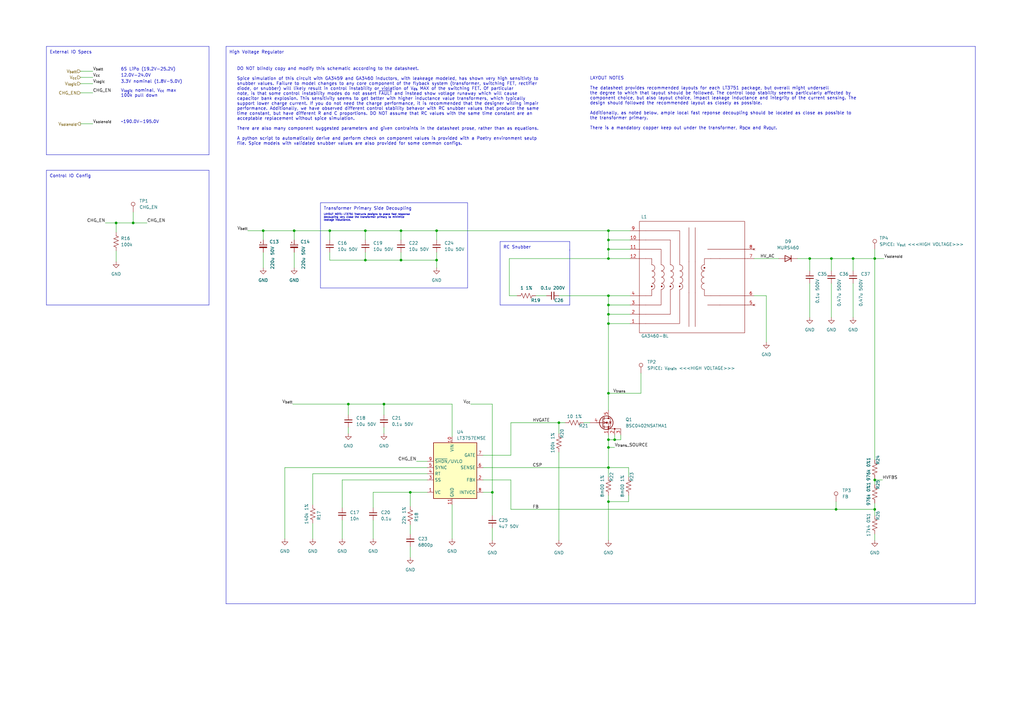
<source format=kicad_sch>
(kicad_sch (version 20230121) (generator eeschema)
  (paper "A3")
  (title_block (title "Kicker Board") (date "2023-02-03") (rev "v1.0.0") (company "A-Team") (comment 1 "Author: W. Stuckey"))
  (lib_symbols
    (symbol "AT-Inductors:GA3460-BL"
      (property "Reference" "L" (at 0 -25.4 0))
      (property "Value" "GA3460-BL" (at 0 25.4 0))
      (symbol "GA3460-BL_0_1"
        (rectangle (start -21.59 22.86) (end 21.59 -22.86) (stroke (width 0.1524)))
        (arc (start -16.51 -5.08) (mid -15.2558 -3.81) (end -16.51 -2.54) (stroke (width 0.1524)))
        (circle (center -16.51 3.81) (radius 0.254) (stroke (width 0.1524)) (fill (type outline)))
        (arc (start -16.4198 -2.54) (mid -15.2368 -1.27) (end -16.4198 0) (stroke (width 0.1524)))
        (arc (start -16.3296 2.54) (mid -15.2979 3.8897) (end -16.51 5.08) (stroke (width 0.1524)))
        (arc (start -16.2619 0.0112) (mid -15.2302 1.3609) (end -16.4423 2.5512) (stroke (width 0.1524)))
        (arc (start -12.6841 -5.08) (mid -11.4299 -3.81) (end -12.6841 -2.54) (stroke (width 0.1524)))
        (arc (start -12.5939 -2.54) (mid -11.4109 -1.27) (end -12.5939 0) (stroke (width 0.1524)))
        (arc (start -12.5196 2.54) (mid -11.4184 3.8946) (end -12.7 5.08) (stroke (width 0.1524)))
        (arc (start -12.4519 0.0112) (mid -11.4202 1.3609) (end -12.6323 2.5512) (stroke (width 0.1524)))
        (circle (center -12.446 3.81) (radius 0.254) (stroke (width 0.1524)) (fill (type outline)))
        (circle (center -8.89 3.81) (radius 0.254) (stroke (width 0.1524)) (fill (type outline)))
        (arc (start -8.8741 -5.08) (mid -7.6199 -3.81) (end -8.8741 -2.54) (stroke (width 0.1524)))
        (arc (start -8.7839 -2.54) (mid -7.6009 -1.27) (end -8.7839 0) (stroke (width 0.1524)))
        (arc (start -8.7096 2.54) (mid -7.6743 3.89) (end -8.89 5.08) (stroke (width 0.1524)))
        (arc (start -8.6419 0.0112) (mid -7.6102 1.3609) (end -8.8223 2.5512) (stroke (width 0.1524)))
        (circle (center -5.08 3.81) (radius 0.254) (stroke (width 0.1524)) (fill (type outline)))
        (arc (start -5.0641 -5.08) (mid -3.8099 -3.81) (end -5.0641 -2.54) (stroke (width 0.1524)))
        (arc (start -4.9898 2.54) (mid -3.8068 3.81) (end -4.9898 5.08) (stroke (width 0.1524)))
        (arc (start -4.9739 -2.54) (mid -3.7909 -1.27) (end -4.9739 0) (stroke (width 0.1524)))
        (arc (start -4.8319 0.0112) (mid -3.8002 1.3609) (end -5.0123 2.5512) (stroke (width 0.1524)))
        (polyline (pts (xy -19.05 -19.05) (xy -22.86 -19.05)) (stroke (width 0.1524)))
        (polyline (pts (xy -19.05 -11.43) (xy -22.86 -11.43)) (stroke (width 0.1524)))
        (polyline (pts (xy -19.05 -7.62) (xy -22.86 -7.62)) (stroke (width 0.1524)))
        (polyline (pts (xy -19.05 7.62) (xy -22.86 7.62)) (stroke (width 0.1524)))
        (polyline (pts (xy -19.05 15.24) (xy -22.86 15.24)) (stroke (width 0.1524)))
        (polyline (pts (xy -1.27 -6.35) (xy -1.27 -20.32)) (stroke (width 0.1524)))
        (polyline (pts (xy -1.27 6.35) (xy -1.27 -6.35)) (stroke (width 0.1524)))
        (polyline (pts (xy -1.27 6.35) (xy -1.27 20.32)) (stroke (width 0.1524)))
        (polyline (pts (xy 1.27 -6.35) (xy 1.27 -20.32)) (stroke (width 0.1524)))
        (polyline (pts (xy 1.27 6.35) (xy 1.27 -6.35)) (stroke (width 0.1524)))
        (polyline (pts (xy 1.27 6.35) (xy 1.27 20.32)) (stroke (width 0.1524)))
        (polyline (pts (xy 7.62 -7.62) (xy 11.43 -7.62)) (stroke (width 0.1524)))
        (polyline (pts (xy 7.62 7.62) (xy 11.43 7.62)) (stroke (width 0.1524)))
        (polyline (pts (xy 11.43 -11.43) (xy 6.35 -11.43)) (stroke (width 0.1524)))
        (polyline (pts (xy 11.43 -11.43) (xy 22.86 -11.43)) (stroke (width 0.1524)))
        (polyline (pts (xy 11.43 -7.62) (xy 22.86 -7.62)) (stroke (width 0.1524)))
        (polyline (pts (xy 11.43 7.62) (xy 22.86 7.62)) (stroke (width 0.1524)))
        (polyline (pts (xy 11.43 11.43) (xy 6.35 11.43)) (stroke (width 0.1524)))
        (polyline (pts (xy 11.43 11.43) (xy 22.86 11.43)) (stroke (width 0.1524)))
        (polyline (pts (xy -19.05 -15.24) (xy -22.86 -15.24) (xy -21.59 -15.24)) (stroke (width 0.1524)))
        (polyline (pts (xy -19.05 11.43) (xy -22.86 11.43) (xy -21.59 11.43)) (stroke (width 0.1524)))
        (polyline (pts (xy -19.05 19.05) (xy -22.86 19.05) (xy -21.59 19.05)) (stroke (width 0.1524)))
        (polyline (pts (xy -16.51 -5.08) (xy -16.51 -7.62) (xy -19.05 -7.62)) (stroke (width 0.1524)))
        (polyline (pts (xy -16.51 5.08) (xy -16.51 7.62) (xy -19.05 7.62)) (stroke (width 0.1524)))
        (polyline (pts (xy -12.7 -5.08) (xy -12.7 -11.43) (xy -19.05 -11.43)) (stroke (width 0.1524)))
        (polyline (pts (xy -12.7 5.08) (xy -12.7 11.43) (xy -19.05 11.43)) (stroke (width 0.1524)))
        (polyline (pts (xy -8.89 -5.08) (xy -8.89 -15.24) (xy -19.05 -15.24)) (stroke (width 0.1524)))
        (polyline (pts (xy -8.89 5.08) (xy -8.89 15.24) (xy -19.05 15.24)) (stroke (width 0.1524)))
        (polyline (pts (xy -5.08 -5.08) (xy -5.08 -19.05) (xy -19.05 -19.05)) (stroke (width 0.1524)))
        (polyline (pts (xy -5.08 5.08) (xy -5.08 19.05) (xy -19.05 19.05)) (stroke (width 0.1524)))
        (polyline (pts (xy 5.08 -5.08) (xy 5.08 -7.62) (xy 7.62 -7.62)) (stroke (width 0.1524)))
        (polyline (pts (xy 5.08 5.08) (xy 5.08 7.62) (xy 7.62 7.62)) (stroke (width 0.1524)))
        (arc (start 4.9739 0) (mid 3.7909 -1.27) (end 4.9739 -2.54) (stroke (width 0.1524)))
        (arc (start 4.9898 5.08) (mid 3.8068 3.81) (end 4.9898 2.54) (stroke (width 0.1524)))
        (arc (start 5.0123 2.5512) (mid 3.8002 1.3609) (end 4.8319 0.0112) (stroke (width 0.1524)))
        (arc (start 5.0641 -2.54) (mid 3.8099 -3.81) (end 5.0641 -5.08) (stroke (width 0.1524)))
        (circle (center 5.08 -3.81) (radius 0.254) (stroke (width 0.1524)) (fill (type outline)))
      )
      (symbol "GA3460-BL_1_1"
        (pin bidirectional line (at -25.4 19.05 0) (length 2.54) (name "") (number "1"))
        (pin bidirectional line (at -25.4 -15.24 0) (length 2.54) (name "") (number "10"))
        (pin bidirectional line (at -25.4 -11.43 0) (length 2.54) (name "") (number "11"))
        (pin bidirectional line (at -25.4 -7.62 0) (length 2.54) (name "") (number "12"))
        (pin bidirectional line (at -25.4 15.24 0) (length 2.54) (name "") (number "2"))
        (pin bidirectional line (at -25.4 11.43 0) (length 2.54) (name "") (number "3"))
        (pin bidirectional line (at -25.4 7.62 0) (length 2.54) (name "") (number "4"))
        (pin no_connect line (at 25.4 11.43 180) (length 2.54) (name "") (number "5"))
        (pin bidirectional line (at 25.4 7.62 180) (length 2.54) (name "") (number "6"))
        (pin bidirectional line (at 25.4 -7.62 180) (length 2.54) (name "") (number "7"))
        (pin no_connect line (at 25.4 -11.43 180) (length 2.54) (name "") (number "8"))
        (pin bidirectional line (at -25.4 -19.05 0) (length 2.54) (name "") (number "9"))
      )
    )
    (symbol "AT-Transistors:Q_NMOS_SGD_PowerPAK" (pin_names (offset 0) hide)
      (property "Reference" "Q" (at 5.08 1.27 0))
      (property "Value" "Q_NMOS_SGD_PowerPAK" (at 5.08 -1.27 0))
      (symbol "Q_NMOS_SGD_PowerPAK_0_1"
        (polyline (pts (xy 0.254 0) (xy -2.54 0)))
        (polyline (pts (xy 0.254 1.905) (xy 0.254 -1.905)) (stroke (width 0.254)))
        (polyline (pts (xy 0.762 -1.27) (xy 0.762 -2.286)) (stroke (width 0.254)))
        (polyline (pts (xy 0.762 0.508) (xy 0.762 -0.508)) (stroke (width 0.254)))
        (polyline (pts (xy 0.762 2.286) (xy 0.762 1.27)) (stroke (width 0.254)))
        (polyline (pts (xy 2.54 2.54) (xy 2.54 1.778)))
        (polyline (pts (xy 7.62 -2.54) (xy 5.08 -2.54)) (stroke (width 0.1524)))
        (polyline (pts (xy 2.54 -2.54) (xy 2.54 0) (xy 0.762 0)))
        (polyline (pts (xy 5.08 -2.54) (xy 2.54 -2.54) (xy 3.81 -2.54)) (stroke (width 0.1524)))
        (polyline (pts (xy 0.762 -1.778) (xy 3.302 -1.778) (xy 3.302 1.778) (xy 0.762 1.778)))
        (polyline (pts (xy 1.016 0) (xy 2.032 0.381) (xy 2.032 -0.381) (xy 1.016 0)) (fill (type outline)))
        (polyline (pts (xy 2.794 0.508) (xy 2.921 0.381) (xy 3.683 0.381) (xy 3.81 0.254)))
        (polyline (pts (xy 3.302 0.381) (xy 2.921 -0.254) (xy 3.683 -0.254) (xy 3.302 0.381)))
        (circle (center 1.651 0) (radius 2.794) (stroke (width 0.254)))
        (circle (center 2.54 -2.54) (radius 0.254) (fill (type outline)))
        (circle (center 2.54 -1.778) (radius 0.254) (fill (type outline)))
        (circle (center 2.54 1.778) (radius 0.254) (fill (type outline)))
        (circle (center 5.08 -2.54) (radius 0.254) (fill (type outline)))
      )
      (symbol "Q_NMOS_SGD_PowerPAK_1_1"
        (pin passive line (at 2.54 -5.08 90) (length 2.54) (name "S") (number "1"))
        (pin passive line (at 5.08 -5.08 90) (length 2.54) (name "S") (number "2"))
        (pin passive line (at 7.62 -5.08 90) (length 2.54) (name "S") (number "3"))
        (pin input line (at -5.08 0 0) (length 5.08) (name "G") (number "4"))
        (pin passive line (at 2.54 5.08 270) (length 2.54) (name "D") (number "5"))
      )
    )
    (symbol "Connector:TestPoint" (pin_numbers hide) (pin_names (offset 0.762) hide)
      (property "Reference" "TP" (at 0 6.858 0))
      (property "Value" "TestPoint" (at 0 5.08 0))
      (symbol "TestPoint_0_1"
        (circle (center 0 3.302) (radius 0.762))
      )
      (symbol "TestPoint_1_1"
        (pin passive line (at 0 0 90) (length 2.54) (name "1") (number "1"))
      )
    )
    (symbol "Device:C_Polarized_Small" (pin_numbers hide) (pin_names (offset 0.254) hide)
      (property "Reference" "C" (at 0.254 1.778 0))
      (property "Value" "C_Polarized_Small" (at 0.254 -2.032 0))
      (symbol "C_Polarized_Small_0_1"
        (rectangle (start -1.524 -0.3048) (end 1.524 -0.6858) (fill (type outline)))
        (rectangle (start -1.524 0.6858) (end 1.524 0.3048))
        (polyline (pts (xy -1.27 1.524) (xy -0.762 1.524)))
        (polyline (pts (xy -1.016 1.27) (xy -1.016 1.778)))
      )
      (symbol "C_Polarized_Small_1_1"
        (pin passive line (at 0 2.54 270) (length 1.8542) (name "~") (number "1"))
        (pin passive line (at 0 -2.54 90) (length 1.8542) (name "~") (number "2"))
      )
    )
    (symbol "Device:C_Small" (pin_numbers hide) (pin_names (offset 0.254) hide)
      (property "Reference" "C" (at 0.254 1.778 0))
      (property "Value" "C_Small" (at 0.254 -2.032 0))
      (symbol "C_Small_0_1"
        (polyline (pts (xy -1.524 -0.508) (xy 1.524 -0.508)) (stroke (width 0.3302)))
        (polyline (pts (xy -1.524 0.508) (xy 1.524 0.508)) (stroke (width 0.3048)))
      )
      (symbol "C_Small_1_1"
        (pin passive line (at 0 2.54 270) (length 2.032) (name "~") (number "1"))
        (pin passive line (at 0 -2.54 90) (length 2.032) (name "~") (number "2"))
      )
    )
    (symbol "Device:D" (pin_numbers hide) (pin_names (offset 1.016) hide)
      (property "Reference" "D" (at 0 2.54 0))
      (property "Value" "D" (at 0 -2.54 0))
      (symbol "D_0_1"
        (polyline (pts (xy -1.27 1.27) (xy -1.27 -1.27)) (stroke (width 0.254)))
        (polyline (pts (xy 1.27 0) (xy -1.27 0)))
        (polyline (pts (xy 1.27 1.27) (xy 1.27 -1.27) (xy -1.27 0) (xy 1.27 1.27)) (stroke (width 0.254)))
      )
      (symbol "D_1_1"
        (pin passive line (at -3.81 0 0) (length 2.54) (name "K") (number "1"))
        (pin passive line (at 3.81 0 180) (length 2.54) (name "A") (number "2"))
      )
    )
    (symbol "Device:R_US" (pin_numbers hide) (pin_names (offset 0))
      (property "Reference" "R" (at 2.54 0 90))
      (property "Value" "R_US" (at -2.54 0 90))
      (symbol "R_US_0_1"
        (polyline (pts (xy 0 -2.286) (xy 0 -2.54)))
        (polyline (pts (xy 0 2.286) (xy 0 2.54)))
        (polyline (pts (xy 0 -0.762) (xy 1.016 -1.143) (xy 0 -1.524) (xy -1.016 -1.905) (xy 0 -2.286)))
        (polyline (pts (xy 0 0.762) (xy 1.016 0.381) (xy 0 0) (xy -1.016 -0.381) (xy 0 -0.762)))
        (polyline (pts (xy 0 2.286) (xy 1.016 1.905) (xy 0 1.524) (xy -1.016 1.143) (xy 0 0.762)))
      )
      (symbol "R_US_1_1"
        (pin passive line (at 0 3.81 270) (length 1.27) (name "~") (number "1"))
        (pin passive line (at 0 -3.81 90) (length 1.27) (name "~") (number "2"))
      )
    )
    (symbol "Regulator_Switching:LT3757EMSE"
      (property "Reference" "U" (at -6.35 11.43 0))
      (property "Value" "LT3757EMSE" (at 1.27 11.43 0))
      (symbol "LT3757EMSE_0_1"
        (rectangle (start -7.62 10.16) (end 10.16 -12.7) (stroke (width 0.254)) (fill (type background)))
      )
      (symbol "LT3757EMSE_1_1"
        (pin input line (at -10.16 -10.16 0) (length 2.54) (name "VC") (number "1"))
        (pin power_in line (at 0 12.7 270) (length 2.54) (name "VIN") (number "10"))
        (pin power_in line (at 0 -15.24 90) (length 2.54) (name "GND") (number "11"))
        (pin input line (at 12.7 -5.08 180) (length 2.54) (name "FBX") (number "2"))
        (pin input line (at -10.16 -5.08 0) (length 2.54) (name "SS") (number "3"))
        (pin input line (at -10.16 -2.54 0) (length 2.54) (name "RT") (number "4"))
        (pin input line (at -10.16 0 0) (length 2.54) (name "SYNC") (number "5"))
        (pin input line (at 12.7 0 180) (length 2.54) (name "SENSE") (number "6"))
        (pin output line (at 12.7 5.08 180) (length 2.54) (name "GATE") (number "7"))
        (pin output line (at 12.7 -10.16 180) (length 2.54) (name "INTVCC") (number "8"))
        (pin input line (at -10.16 2.54 0) (length 2.54) (name "~{SHDN}/UVLO") (number "9"))
      )
    )
    (symbol "power:GND" (power) (pin_names (offset 0))
      (property "Value" "GND" (at 0 -3.81 0))
      (symbol "GND_0_1"
        (polyline (pts (xy 0 0) (xy 0 -1.27) (xy 1.27 -1.27) (xy 0 -2.54) (xy -1.27 -1.27) (xy 0 -1.27)))
      )
      (symbol "GND_1_1"
        (pin power_in line (at 0 0 270) (length 0) hide (name "GND") (number "1"))
      )
    )
  )
  (junction (at 54.61 91.44))
  (junction (at 142.875 165.735))
  (junction (at 249.555 191.77))
  (junction (at 342.9 208.915))
  (junction (at 252.095 180.34))
  (junction (at 340.995 106.045))
  (junction (at 135.255 94.615))
  (junction (at 249.555 125.095))
  (junction (at 249.555 161.29))
  (junction (at 358.775 208.915))
  (junction (at 179.07 94.615))
  (junction (at 249.555 183.515))
  (junction (at 164.465 106.68))
  (junction (at 249.555 205.74))
  (junction (at 249.555 121.285))
  (junction (at 107.95 94.615))
  (junction (at 249.555 180.34))
  (junction (at 249.555 98.425))
  (junction (at 249.555 106.045))
  (junction (at 249.555 102.235))
  (junction (at 349.885 106.045))
  (junction (at 179.07 106.68))
  (junction (at 229.235 173.355))
  (junction (at 358.775 106.045))
  (junction (at 120.65 94.615))
  (junction (at 332.105 106.045))
  (junction (at 358.775 196.85))
  (junction (at 201.93 201.93))
  (junction (at 47.625 91.44))
  (junction (at 249.555 128.905))
  (junction (at 249.555 94.615))
  (junction (at 149.86 106.68))
  (junction (at 157.48 165.735))
  (junction (at 168.275 201.93))
  (junction (at 249.555 132.715))
  (junction (at 164.465 94.615))
  (junction (at 149.86 94.615))
  (wire (pts (xy 135.255 94.615) (xy 149.86 94.615)))
  (wire (pts (xy 142.875 165.735) (xy 157.48 165.735)))
  (wire (pts (xy 229.235 173.355) (xy 231.775 173.355)))
  (wire (pts (xy 249.555 121.285) (xy 249.555 125.095)))
  (polyline (pts (xy 233.68 125.095) (xy 205.105 125.095)))
  (wire (pts (xy 358.775 196.215) (xy 358.775 196.85)))
  (wire (pts (xy 33.02 34.29) (xy 38.1 34.29)))
  (wire (pts (xy 249.555 106.045) (xy 249.555 102.235)))
  (wire (pts (xy 140.335 196.85) (xy 140.335 208.28)))
  (wire (pts (xy 175.26 201.93) (xy 168.275 201.93)))
  (wire (pts (xy 252.095 180.34) (xy 249.555 180.34)))
  (wire (pts (xy 249.555 132.715) (xy 258.445 132.715)))
  (wire (pts (xy 249.555 98.425) (xy 258.445 98.425)))
  (polyline (pts (xy 131.445 118.11) (xy 131.445 83.185)))
  (wire (pts (xy 254.635 180.34) (xy 252.095 180.34)))
  (wire (pts (xy 149.86 94.615) (xy 164.465 94.615)))
  (wire (pts (xy 208.915 121.285) (xy 208.915 106.045)))
  (wire (pts (xy 262.89 153.035) (xy 262.89 161.29)))
  (wire (pts (xy 249.555 183.515) (xy 249.555 191.77)))
  (wire (pts (xy 175.26 196.85) (xy 140.335 196.85)))
  (wire (pts (xy 358.775 208.915) (xy 358.775 211.455)))
  (wire (pts (xy 168.275 215.265) (xy 168.275 219.075)))
  (wire (pts (xy 153.035 201.93) (xy 168.275 201.93)))
  (wire (pts (xy 164.465 103.505) (xy 164.465 106.68)))
  (wire (pts (xy 332.105 116.205) (xy 332.105 130.175)))
  (polyline (pts (xy 205.105 99.06) (xy 233.68 99.06)))
  (wire (pts (xy 332.105 106.045) (xy 340.995 106.045)))
  (wire (pts (xy 249.555 161.29) (xy 249.555 168.275)))
  (wire (pts (xy 164.465 94.615) (xy 179.07 94.615)))
  (polyline (pts (xy 191.77 83.185) (xy 191.77 118.11)))
  (wire (pts (xy 107.95 94.615) (xy 120.65 94.615)))
  (wire (pts (xy 249.555 102.235) (xy 249.555 98.425)))
  (wire (pts (xy 179.07 94.615) (xy 249.555 94.615)))
  (wire (pts (xy 340.995 106.045) (xy 340.995 111.125)))
  (wire (pts (xy 157.48 170.18) (xy 157.48 165.735)))
  (wire (pts (xy 164.465 106.68) (xy 179.07 106.68)))
  (wire (pts (xy 249.555 191.77) (xy 257.81 191.77)))
  (wire (pts (xy 33.02 29.21) (xy 38.1 29.21)))
  (wire (pts (xy 47.625 91.44) (xy 47.625 95.25)))
  (wire (pts (xy 229.235 185.42) (xy 229.235 221.615)))
  (wire (pts (xy 229.235 173.355) (xy 229.235 177.8)))
  (wire (pts (xy 258.445 106.045) (xy 249.555 106.045)))
  (polyline (pts (xy 92.71 19.05) (xy 400.05 19.05)))
  (wire (pts (xy 358.775 106.045) (xy 358.775 188.595)))
  (wire (pts (xy 164.465 94.615) (xy 164.465 98.425)))
  (wire (pts (xy 249.555 128.905) (xy 258.445 128.905)))
  (wire (pts (xy 249.555 203.2) (xy 249.555 205.74)))
  (wire (pts (xy 101.6 94.615) (xy 107.95 94.615)))
  (wire (pts (xy 239.395 173.355) (xy 241.935 173.355)))
  (wire (pts (xy 47.625 102.87) (xy 47.625 107.315)))
  (wire (pts (xy 342.9 208.915) (xy 358.775 208.915)))
  (wire (pts (xy 209.55 186.69) (xy 209.55 173.355)))
  (wire (pts (xy 257.81 205.74) (xy 249.555 205.74)))
  (wire (pts (xy 140.335 213.36) (xy 140.335 220.98)))
  (polyline (pts (xy 19.05 19.05) (xy 85.725 19.05)))
  (wire (pts (xy 309.245 106.045) (xy 319.405 106.045)))
  (wire (pts (xy 249.555 98.425) (xy 249.555 94.615)))
  (polyline (pts (xy 205.105 125.095) (xy 205.105 99.06)))
  (wire (pts (xy 349.885 106.045) (xy 349.885 111.125)))
  (wire (pts (xy 47.625 91.44) (xy 54.61 91.44)))
  (wire (pts (xy 179.07 94.615) (xy 179.07 98.425)))
  (polyline (pts (xy 400.05 247.65) (xy 92.71 247.65)))
  (wire (pts (xy 327.025 106.045) (xy 332.105 106.045)))
  (wire (pts (xy 342.9 205.74) (xy 342.9 208.915)))
  (polyline (pts (xy 233.68 102.235) (xy 233.68 125.095)))
  (wire (pts (xy 185.42 207.01) (xy 185.42 220.98)))
  (wire (pts (xy 358.775 219.075) (xy 358.775 221.615)))
  (wire (pts (xy 33.02 50.8) (xy 38.1 50.8)))
  (wire (pts (xy 358.775 196.85) (xy 358.775 198.755)))
  (wire (pts (xy 54.61 86.995) (xy 54.61 91.44)))
  (wire (pts (xy 209.55 173.355) (xy 229.235 173.355)))
  (wire (pts (xy 179.07 106.68) (xy 179.07 109.855)))
  (wire (pts (xy 209.55 208.915) (xy 342.9 208.915)))
  (polyline (pts (xy 19.05 19.05) (xy 19.05 63.5)))
  (wire (pts (xy 107.95 103.505) (xy 107.95 109.855)))
  (wire (pts (xy 175.26 194.31) (xy 128.27 194.31)))
  (wire (pts (xy 252.095 178.435) (xy 252.095 180.34)))
  (wire (pts (xy 153.035 213.36) (xy 153.035 220.98)))
  (wire (pts (xy 249.555 191.77) (xy 249.555 195.58)))
  (wire (pts (xy 249.555 125.095) (xy 258.445 125.095)))
  (wire (pts (xy 249.555 180.34) (xy 249.555 183.515)))
  (polyline (pts (xy 233.68 99.06) (xy 233.68 102.87)))
  (wire (pts (xy 208.915 106.045) (xy 249.555 106.045)))
  (wire (pts (xy 249.555 178.435) (xy 249.555 180.34)))
  (wire (pts (xy 201.93 165.735) (xy 201.93 201.93)))
  (wire (pts (xy 249.555 132.715) (xy 249.555 161.29)))
  (wire (pts (xy 33.02 38.1) (xy 38.1 38.1)))
  (wire (pts (xy 128.27 194.31) (xy 128.27 207.01)))
  (wire (pts (xy 149.86 103.505) (xy 149.86 106.68)))
  (wire (pts (xy 120.65 103.505) (xy 120.65 109.855)))
  (wire (pts (xy 249.555 128.905) (xy 249.555 132.715)))
  (wire (pts (xy 135.255 106.68) (xy 149.86 106.68)))
  (wire (pts (xy 198.12 191.77) (xy 249.555 191.77)))
  (wire (pts (xy 358.775 106.045) (xy 362.585 106.045)))
  (polyline (pts (xy 85.725 69.85) (xy 85.725 125.095)))
  (wire (pts (xy 209.55 196.85) (xy 198.12 196.85)))
  (wire (pts (xy 349.885 106.045) (xy 358.775 106.045)))
  (wire (pts (xy 314.325 121.285) (xy 314.325 140.335)))
  (wire (pts (xy 175.26 191.77) (xy 116.84 191.77)))
  (wire (pts (xy 254.635 178.435) (xy 254.635 180.34)))
  (wire (pts (xy 201.93 201.93) (xy 201.93 211.455)))
  (wire (pts (xy 257.81 195.58) (xy 257.81 191.77)))
  (wire (pts (xy 135.255 94.615) (xy 135.255 98.425)))
  (polyline (pts (xy 400.05 19.05) (xy 400.05 247.65)))
  (wire (pts (xy 340.995 116.205) (xy 340.995 130.175)))
  (wire (pts (xy 209.55 208.915) (xy 209.55 196.85)))
  (polyline (pts (xy 85.725 69.85) (xy 19.05 69.85)))
  (wire (pts (xy 142.875 175.26) (xy 142.875 177.8)))
  (wire (pts (xy 179.07 103.505) (xy 179.07 106.68)))
  (polyline (pts (xy 19.05 125.095) (xy 85.725 125.095)))
  (wire (pts (xy 249.555 183.515) (xy 252.095 183.515)))
  (wire (pts (xy 249.555 205.74) (xy 249.555 221.615)))
  (wire (pts (xy 168.275 201.93) (xy 168.275 207.645)))
  (wire (pts (xy 185.42 165.735) (xy 185.42 179.07)))
  (wire (pts (xy 193.04 165.735) (xy 201.93 165.735)))
  (wire (pts (xy 358.775 102.235) (xy 358.775 106.045)))
  (wire (pts (xy 340.995 106.045) (xy 349.885 106.045)))
  (wire (pts (xy 142.875 165.735) (xy 142.875 170.18)))
  (wire (pts (xy 168.275 224.155) (xy 168.275 228.6)))
  (wire (pts (xy 157.48 165.735) (xy 185.42 165.735)))
  (wire (pts (xy 170.815 189.23) (xy 175.26 189.23)))
  (polyline (pts (xy 85.725 63.5) (xy 19.05 63.5)))
  (wire (pts (xy 198.12 201.93) (xy 201.93 201.93)))
  (wire (pts (xy 212.09 121.285) (xy 208.915 121.285)))
  (wire (pts (xy 201.93 216.535) (xy 201.93 221.615)))
  (polyline (pts (xy 131.445 83.185) (xy 191.77 83.185)))
  (wire (pts (xy 43.18 91.44) (xy 47.625 91.44)))
  (wire (pts (xy 262.89 161.29) (xy 249.555 161.29)))
  (wire (pts (xy 120.65 98.425) (xy 120.65 94.615)))
  (wire (pts (xy 120.65 94.615) (xy 135.255 94.615)))
  (polyline (pts (xy 85.725 19.05) (xy 85.725 63.5)))
  (wire (pts (xy 149.86 106.68) (xy 164.465 106.68)))
  (wire (pts (xy 116.84 191.77) (xy 116.84 220.98)))
  (wire (pts (xy 219.71 121.285) (xy 224.155 121.285)))
  (wire (pts (xy 358.775 206.375) (xy 358.775 208.915)))
  (wire (pts (xy 107.95 98.425) (xy 107.95 94.615)))
  (wire (pts (xy 157.48 175.26) (xy 157.48 177.8)))
  (wire (pts (xy 249.555 94.615) (xy 258.445 94.615)))
  (polyline (pts (xy 19.05 69.85) (xy 19.05 125.095)))
  (wire (pts (xy 257.81 203.2) (xy 257.81 205.74)))
  (wire (pts (xy 229.235 121.285) (xy 249.555 121.285)))
  (wire (pts (xy 153.035 208.28) (xy 153.035 201.93)))
  (wire (pts (xy 33.02 31.75) (xy 38.1 31.75)))
  (wire (pts (xy 128.27 214.63) (xy 128.27 220.98)))
  (wire (pts (xy 135.255 103.505) (xy 135.255 106.68)))
  (wire (pts (xy 349.885 116.205) (xy 349.885 130.175)))
  (wire (pts (xy 54.61 91.44) (xy 60.325 91.44)))
  (wire (pts (xy 249.555 102.235) (xy 258.445 102.235)))
  (wire (pts (xy 149.86 94.615) (xy 149.86 98.425)))
  (wire (pts (xy 120.015 165.735) (xy 142.875 165.735)))
  (wire (pts (xy 198.12 186.69) (xy 209.55 186.69)))
  (wire (pts (xy 249.555 121.285) (xy 258.445 121.285)))
  (wire (pts (xy 249.555 125.095) (xy 249.555 128.905)))
  (wire (pts (xy 358.775 196.85) (xy 361.95 196.85)))
  (wire (pts (xy 309.245 121.285) (xy 314.325 121.285)))
  (wire (pts (xy 332.105 106.045) (xy 332.105 111.125)))
  (polyline (pts (xy 191.77 118.11) (xy 131.445 118.11)))
  (polyline (pts (xy 92.71 19.05) (xy 92.71 247.65)))
  (text "DO NOT blindly copy and modify this schematic according to the datasheet.\n\nSpice simulation of this circuit with GA3459 and GA3460 inductors, with leakeage modeled, has shown very high sensitivty to\nsnubber values. Failure to model changes to any core component of the flyback system (transformer, switching FET, rectifier\ndiode, or snubber) will likely result in control instability or violation of V_{ds} MAX of the switching FET. Of particular\nnote, is that some control instability modes do not assert ~{FAULT} and instead show votlage runaway which will cause\ncapacitor bank explosion. This sensitivity seems to get better with higher inductance value transformers, which typically\nsupport lower charge current. If you do not need the charge performance, it is recommended that the designer willing impair\nperformance. Additionally, we have observed different control stability behavor with RC snubber values that produce the same\ntime constant, but have different R and C proportions. DO NOT assume that RC values with the same time constant are an \nacceptable replacement without spice simulation.\n\nThere are also many component suggested parameters and given contraints in the datasheet prose, rather than as equations.\n\nA python script to automatically derive and perform check on component values is provided with a Poetry environment seutp\nfile. Spice models with validated snubber values are also provided for some common configs." (at 97.155 59.69 0) (effects (font (size 1.27 1.27)) (justify left bottom)))
  (text "High Voltage Regulator" (at 93.98 22.225 0) (effects (font (size 1.27 1.27)) (justify left bottom)))
  (text "LAYOUT NOTE: LT3751 instructs designs to place fast response \ndecoupling very close the transformer primary to minimize \nleakage inductance." (at 132.715 90.805 0) (effects (font (size 0.73 0.73)) (justify left bottom)))
  (text "Control IO Config" (at 20.32 73.025 0) (effects (font (size 1.27 1.27)) (justify left bottom)))
  (text "6S LiPo (19.2V-25.2V)" (at 49.53 29.21 0) (effects (font (size 1.27 1.27)) (justify left bottom)))
  (text "~190.0V-195.0V" (at 49.53 50.8 0) (effects (font (size 1.27 1.27)) (justify left bottom)))
  (text "12.0V-24.0V" (at 49.53 31.75 0) (effects (font (size 1.27 1.27)) (justify left bottom)))
  (text "External IO Specs" (at 20.32 22.225 0) (effects (font (size 1.27 1.27)) (justify left bottom)))
  (text "LAYOUT NOTES\n\nThe datasheet provides recommended layouts for each LT3751 package, but overall might undersell\nthe degree to which that layout should be followed. The control loop stability seems particularly affected by\ncomponent choice, but also layout choice, impact leakage inductance and integrity of the current sensing. The\ndesign should followed the recommended layout as closely as possible.\n\nAdditionally, as noted below, ample local fast reponse decoupling should be located as close as possible to\nthe transformer primary. \n\nThere is a mandatory copper keep out under the transformer, R_{DCM} and R_{VOUT}." (at 241.935 53.34 0) (effects (font (size 1.27 1.27)) (justify left bottom)))
  (text "V_{logic} nominal, V_{cc} max\n100k pull down" (at 49.53 40.005 0) (effects (font (size 1.27 1.27)) (justify left bottom)))
  (text "Transformer Primary Side Decoupling" (at 132.715 86.36 0) (effects (font (size 1.27 1.27)) (justify left bottom)))
  (text "3.3V nominal (1.8V-5.0V)" (at 49.53 34.29 0) (effects (font (size 1.27 1.27)) (justify left bottom)))
  (text "RC Snubber" (at 206.375 102.235 0) (effects (font (size 1.27 1.27)) (justify left bottom)))
  (label "V_{logic}" (at 38.1 34.29 0))
  (label "V_{batt}" (at 38.1 29.21 0))
  (label "V_{cc}" (at 38.1 31.75 0))
  (label "V_{trans}" (at 251.46 161.29 0))
  (label "V_{solenoid}" (at 38.1 50.8 0))
  (label "CHG_EN" (at 43.18 91.44 180))
  (label "V_{cc}" (at 193.04 165.735 180))
  (label "V_{trans}_SOURCE" (at 252.095 183.515 0))
  (label "V_{solenoid}" (at 362.585 106.045 0))
  (label "CHG_EN" (at 60.325 91.44 0))
  (label "CSP" (at 218.44 191.77 0))
  (label "HVFBS" (at 361.95 196.85 0))
  (label "HV_AC" (at 311.785 106.045 0))
  (label "FB" (at 218.44 208.915 0))
  (label "V_{batt}" (at 120.015 165.735 180))
  (label "HVGATE" (at 218.44 173.355 0))
  (label "CHG_EN" (at 170.815 189.23 180))
  (label "V_{batt}" (at 101.6 94.615 180))
  (label "CHG_EN" (at 38.1 38.1 0))
  (hierarchical_label "CHG_EN" (shape input) (at 33.02 38.1 180))
  (hierarchical_label "V_{solenoid}" (shape output) (at 33.02 50.8 180))
  (hierarchical_label "V_{logic}" (shape input) (at 33.02 34.29 180))
  (hierarchical_label "V_{batt}" (shape input) (at 33.02 29.21 180))
  (hierarchical_label "V_{cc}" (shape input) (at 33.02 31.75 180))
  (symbol (lib_id "power:GND") (at 47.625 107.315 0) (unit 1)
    (property "Reference" "#PWR043" (effects hide))
    (property "Value" "GND" (at 47.625 112.395 0))
  )
  (symbol (lib_id "Device:C_Small") (at 349.885 113.665 0) (unit 1)
    (property "Reference" "C37" (at 353.06 112.4012 0) (effects (justify left)))
    (property "Value" "0.47u 500V" (at 353.06 125.73 90) (effects (justify left)))
    (property "Footprint" "Capacitor_SMD:C_2225_5664Metric" (effects hide))
    (property "LCSC" "C146186" (effects hide))
  )
  (symbol (lib_id "Connector:TestPoint") (at 54.61 86.995 0) (unit 1)
    (property "Reference" "TP1" (at 57.15 82.4229 0) (effects (justify left)))
    (property "Value" "CHG_EN" (at 57.15 84.9629 0) (effects (justify left)))
    (property "Footprint" "TestPoint:TestPoint_Pad_D1.5mm" (effects hide))
  )
  (symbol (lib_id "power:GND") (at 349.885 130.175 0) (unit 1)
    (property "Reference" "#PWR095" (effects hide))
    (property "Value" "GND" (at 349.885 135.255 0))
  )
  (symbol (lib_id "Device:C_Small") (at 164.465 100.965 0) (unit 1)
    (property "Reference" "C22" (at 167.64 99.7012 0) (effects (justify left)))
    (property "Value" "10u 50V" (at 167.64 102.2412 0) (effects (justify left)))
    (property "Footprint" "Capacitor_SMD:C_1210_3225Metric" (effects hide))
    (property "LCSC" "C77102" (effects hide))
  )
  (symbol (lib_id "Device:C_Small") (at 332.105 113.665 0) (unit 1)
    (property "Reference" "C35" (at 335.28 112.4012 0) (effects (justify left)))
    (property "Value" "0.1u 500V" (at 335.28 124.46 90) (effects (justify left)))
    (property "Footprint" "Capacitor_SMD:C_1210_3225Metric" (effects hide))
    (property "LCSC" "C106104" (effects hide))
  )
  (symbol (lib_id "power:GND") (at 314.325 140.335 0) (unit 1)
    (property "Reference" "#PWR059" (effects hide))
    (property "Value" "GND" (at 314.325 145.415 0))
  )
  (symbol (lib_id "Device:R_US") (at 215.9 121.285 90) (unit 1)
    (property "Reference" "R19" (at 219.71 123.19 90))
    (property "Value" "1 1%" (at 215.9 118.11 90))
    (property "Footprint" "Resistor_SMD:R_0805_2012Metric" (effects hide))
    (property "LCSC" "C144579" (effects hide))
  )
  (symbol (lib_id "AT-Transistors:Q_NMOS_SGD_PowerPAK") (at 247.015 173.355 0) (unit 1)
    (property "Reference" "Q1" (at 256.54 172.0849 0) (effects (justify left)))
    (property "Value" "BSC0402NSATMA1" (at 256.54 174.6249 0) (effects (justify left)))
    (property "Footprint" "Package_TO_SOT_SMD:TDSON-8-1" (effects hide))
  )
  (symbol (lib_id "power:GND") (at 153.035 220.98 0) (unit 1)
    (property "Reference" "#PWR051" (effects hide))
    (property "Value" "GND" (at 153.035 226.06 0))
  )
  (symbol (lib_id "Device:D") (at 323.215 106.045 180) (unit 1)
    (property "Reference" "D9" (at 323.215 99.06 0))
    (property "Value" "MURS460" (at 323.215 101.6 0))
    (property "Footprint" "Diode_SMD:D_SMC" (effects hide))
    (property "Sim.Device" "D" (effects hide))
    (property "Sim.Pins" "1=K 2=A" (effects hide))
    (property "LCSC" "C2903865" (effects hide))
  )
  (symbol (lib_id "power:GND") (at 157.48 177.8 0) (unit 1)
    (property "Reference" "#PWR052" (effects hide))
    (property "Value" "GND" (at 157.48 182.88 0))
  )
  (symbol (lib_id "Connector:TestPoint") (at 262.89 153.035 0) (unit 1)
    (property "Reference" "TP2" (at 265.43 148.4629 0) (effects (justify left)))
    (property "Value" "SPICE: V_{drain} <<<HIGH VOLTAGE>>>" (at 265.43 151.0029 0) (effects (justify left)))
    (property "Footprint" "TestPoint:TestPoint_Pad_D1.0mm" (effects hide))
  )
  (symbol (lib_id "Device:C_Small") (at 157.48 172.72 0) (unit 1)
    (property "Reference" "C21" (at 160.655 171.45 0) (effects (justify left)))
    (property "Value" "0.1u 50V" (at 160.655 173.99 0) (effects (justify left)))
    (property "Footprint" "Capacitor_SMD:C_0603_1608Metric" (effects hide))
    (property "LCSC" "C14663" (effects hide))
  )
  (symbol (lib_id "Device:R_US") (at 128.27 210.82 180) (unit 1)
    (property "Reference" "R17" (at 130.81 211.455 90))
    (property "Value" "140k 1%" (at 125.73 210.82 90))
    (property "Footprint" "Resistor_SMD:R_0603_1608Metric" (effects hide))
    (property "LCSC" "C203301" (effects hide))
  )
  (symbol (lib_id "Connector:TestPoint") (at 342.9 205.74 0) (unit 1)
    (property "Reference" "TP3" (at 345.44 201.1679 0) (effects (justify left)))
    (property "Value" "FB" (at 345.44 203.7079 0) (effects (justify left)))
    (property "Footprint" "TestPoint:TestPoint_Pad_D1.5mm" (effects hide))
  )
  (symbol (lib_id "AT-Inductors:GA3460-BL") (at 283.845 113.665 0) (mirror x) (unit 1)
    (property "Reference" "L1" (at 264.16 88.9 0))
    (property "Value" "GA3460-BL" (at 268.605 137.795 0))
    (property "Footprint" "AT-Inductors:GA34XX-BL" (effects hide))
    (property "Datasheet" "GA3460-BL" (effects hide))
  )
  (symbol (lib_id "power:GND") (at 340.995 130.175 0) (unit 1)
    (property "Reference" "#PWR094" (effects hide))
    (property "Value" "GND" (at 340.995 135.255 0))
  )
  (symbol (lib_id "power:GND") (at 229.235 221.615 0) (unit 1)
    (property "Reference" "#PWR057" (effects hide))
    (property "Value" "GND" (at 229.235 226.695 0))
  )
  (symbol (lib_id "Device:C_Small") (at 142.875 172.72 0) (unit 1)
    (property "Reference" "C18" (at 146.05 171.4562 0) (effects (justify left)))
    (property "Value" "10u 50V" (at 146.05 173.9962 0) (effects (justify left)))
    (property "Footprint" "Capacitor_SMD:C_1210_3225Metric" (effects hide))
    (property "LCSC" "C77102" (effects hide))
  )
  (symbol (lib_id "power:GND") (at 249.555 221.615 0) (unit 1)
    (property "Reference" "#PWR058" (effects hide))
    (property "Value" "GND" (at 249.555 226.695 0))
  )
  (symbol (lib_id "Device:C_Polarized_Small") (at 107.95 100.965 0) (unit 1)
    (property "Reference" "C13" (at 110.49 99.1488 0) (effects (justify left)))
    (property "Value" "220u 50V" (at 111.76 110.49 90) (effects (justify left)))
    (property "Footprint" "Capacitor_THT:CP_Radial_D10.0mm_P5.00mm" (effects hide))
  )
  (symbol (lib_id "Device:C_Small") (at 168.275 221.615 0) (unit 1)
    (property "Reference" "C23" (at 171.45 220.9863 0) (effects (justify left)))
    (property "Value" "6800p" (at 171.45 223.5263 0) (effects (justify left)))
    (property "Footprint" "Capacitor_SMD:C_0603_1608Metric" (effects hide))
    (property "LCSC" "C107097" (effects hide))
  )
  (symbol (lib_id "Device:R_US") (at 168.275 211.455 180) (unit 1)
    (property "Reference" "R18" (at 170.815 212.09 90))
    (property "Value" "22k 1%" (at 165.735 211.455 90))
    (property "Footprint" "Resistor_SMD:R_0603_1608Metric" (effects hide))
    (property "LCSC" "C31850" (effects hide))
  )
  (symbol (lib_id "power:GND") (at 201.93 221.615 0) (unit 1)
    (property "Reference" "#PWR056" (effects hide))
    (property "Value" "GND" (at 201.93 226.695 0))
  )
  (symbol (lib_id "Device:C_Small") (at 179.07 100.965 0) (unit 1)
    (property "Reference" "C24" (at 182.245 99.7012 0) (effects (justify left)))
    (property "Value" "10u 50V" (at 182.245 102.2412 0) (effects (justify left)))
    (property "Footprint" "Capacitor_SMD:C_1210_3225Metric" (effects hide))
    (property "LCSC" "C77102" (effects hide))
  )
  (symbol (lib_id "Device:R_US") (at 358.775 192.405 180) (unit 1)
    (property "Reference" "R24" (at 360.045 188.595 90))
    (property "Value" "976k 0%1" (at 356.235 192.405 90))
    (property "Footprint" "Resistor_SMD:R_0603_1608Metric" (effects hide))
    (property "LCSC" "C403409" (effects hide))
  )
  (symbol (lib_id "power:GND") (at 140.335 220.98 0) (unit 1)
    (property "Reference" "#PWR049" (effects hide))
    (property "Value" "GND" (at 140.335 226.06 0))
  )
  (symbol (lib_id "Device:C_Small") (at 226.695 121.285 90) (unit 1)
    (property "Reference" "C26" (at 229.235 123.19 90))
    (property "Value" "0.1u 200V" (at 226.695 118.11 90))
    (property "Footprint" "Capacitor_SMD:C_1206_3216Metric" (effects hide))
    (property "LCSC" "C2167701" (effects hide))
  )
  (symbol (lib_id "Device:C_Small") (at 149.86 100.965 0) (unit 1)
    (property "Reference" "C19" (at 153.035 99.7012 0) (effects (justify left)))
    (property "Value" "10u 50V" (at 153.035 102.2412 0) (effects (justify left)))
    (property "Footprint" "Capacitor_SMD:C_1210_3225Metric" (effects hide))
    (property "LCSC" "C77102" (effects hide))
  )
  (symbol (lib_id "power:GND") (at 142.875 177.8 0) (unit 1)
    (property "Reference" "#PWR050" (effects hide))
    (property "Value" "GND" (at 142.875 182.88 0))
  )
  (symbol (lib_id "power:GND") (at 358.775 221.615 0) (unit 1)
    (property "Reference" "#PWR096" (effects hide))
    (property "Value" "GND" (at 358.775 226.695 0))
  )
  (symbol (lib_id "Device:R_US") (at 358.775 215.265 180) (unit 1)
    (property "Reference" "R26" (at 360.045 211.455 90))
    (property "Value" "17k4 0%1" (at 356.235 215.265 90))
    (property "Footprint" "Resistor_SMD:R_0603_1608Metric" (effects hide))
    (property "LCSC" "C403027" (effects hide))
  )
  (symbol (lib_id "Device:R_US") (at 235.585 173.355 90) (unit 1)
    (property "Reference" "R21" (at 239.395 174.625 90))
    (property "Value" "10 1%" (at 235.585 170.815 90))
    (property "Footprint" "Resistor_SMD:R_0603_1608Metric" (effects hide))
    (property "LCSC" "C109318" (effects hide))
  )
  (symbol (lib_id "power:GND") (at 168.275 228.6 0) (unit 1)
    (property "Reference" "#PWR053" (effects hide))
    (property "Value" "GND" (at 168.275 233.68 0))
  )
  (symbol (lib_id "Device:R_US") (at 257.81 199.39 180) (unit 1)
    (property "Reference" "R23" (at 259.08 195.58 90))
    (property "Value" "8m00 1%" (at 255.27 199.39 90))
    (property "Footprint" "Resistor_SMD:R_1206_3216Metric" (effects hide))
    (property "LCSC" "C2937389" (effects hide))
  )
  (symbol (lib_id "Device:C_Polarized_Small") (at 120.65 100.965 0) (unit 1)
    (property "Reference" "C14" (at 123.19 99.1488 0) (effects (justify left)))
    (property "Value" "220u 50V" (at 124.46 110.49 90) (effects (justify left)))
    (property "Footprint" "Capacitor_THT:CP_Radial_D10.0mm_P5.00mm" (effects hide))
  )
  (symbol (lib_id "power:GND") (at 116.84 220.98 0) (unit 1)
    (property "Reference" "#PWR045" (effects hide))
    (property "Value" "GND" (at 116.84 226.06 0))
  )
  (symbol (lib_id "power:GND") (at 179.07 109.855 0) (unit 1)
    (property "Reference" "#PWR054" (effects hide))
    (property "Value" "GND" (at 179.07 114.935 0))
  )
  (symbol (lib_id "power:GND") (at 332.105 130.175 0) (unit 1)
    (property "Reference" "#PWR093" (effects hide))
    (property "Value" "GND" (at 332.105 135.255 0))
  )
  (symbol (lib_id "Regulator_Switching:LT3757EMSE") (at 185.42 191.77 0) (unit 1)
    (property "Reference" "U4" (at 187.3759 177.165 0) (effects (justify left)))
    (property "Value" "LT3757EMSE" (at 187.3759 179.705 0) (effects (justify left)))
    (property "Footprint" "Package_SO:MSOP-10-1EP_3x3mm_P0.5mm_EP1.68x1.88mm" (effects hide))
    (property "Datasheet" "https://www.analog.com/media/en/technical-documentation/data-sheets/3757Afe.pdf" (effects hide))
  )
  (symbol (lib_id "power:GND") (at 107.95 109.855 0) (unit 1)
    (property "Reference" "#PWR044" (effects hide))
    (property "Value" "GND" (at 107.95 114.935 0))
  )
  (symbol (lib_id "Device:R_US") (at 229.235 181.61 180) (unit 1)
    (property "Reference" "R20" (at 230.505 177.8 90))
    (property "Value" "100k 1%" (at 226.695 181.61 90))
    (property "Footprint" "Resistor_SMD:R_0603_1608Metric" (effects hide))
    (property "LCSC" "C25803" (effects hide))
  )
  (symbol (lib_id "power:GND") (at 185.42 220.98 0) (unit 1)
    (property "Reference" "#PWR055" (effects hide))
    (property "Value" "GND" (at 185.42 226.06 0))
  )
  (symbol (lib_id "Device:C_Small") (at 135.255 100.965 0) (unit 1)
    (property "Reference" "C16" (at 138.43 99.7012 0) (effects (justify left)))
    (property "Value" "10u 50V" (at 138.43 102.2412 0) (effects (justify left)))
    (property "Footprint" "Capacitor_SMD:C_1210_3225Metric" (effects hide))
    (property "LCSC" "C77102" (effects hide))
  )
  (symbol (lib_id "Device:C_Small") (at 140.335 210.82 0) (unit 1)
    (property "Reference" "C17" (at 143.51 210.1913 0) (effects (justify left)))
    (property "Value" "10n" (at 143.51 212.7313 0) (effects (justify left)))
    (property "Footprint" "Capacitor_SMD:C_0603_1608Metric" (effects hide))
    (property "LCSC" "C100042" (effects hide))
  )
  (symbol (lib_id "Device:C_Small") (at 340.995 113.665 0) (unit 1)
    (property "Reference" "C36" (at 344.17 112.4012 0) (effects (justify left)))
    (property "Value" "0.47u 500V" (at 344.17 125.73 90) (effects (justify left)))
    (property "Footprint" "Capacitor_SMD:C_2225_5664Metric" (effects hide))
    (property "LCSC" "C146186" (effects hide))
  )
  (symbol (lib_id "Device:C_Small") (at 201.93 213.995 0) (unit 1)
    (property "Reference" "C25" (at 204.47 213.3663 0) (effects (justify left)))
    (property "Value" "4u7 50V" (at 204.47 215.9063 0) (effects (justify left)))
    (property "Footprint" "Capacitor_SMD:C_0603_1608Metric" (effects hide))
    (property "LCSC" "C69335" (effects hide))
  )
  (symbol (lib_id "Device:R_US") (at 47.625 99.06 0) (unit 1)
    (property "Reference" "R16" (at 49.53 97.7899 0) (effects (justify left)))
    (property "Value" "100k" (at 49.53 100.3299 0) (effects (justify left)))
    (property "Footprint" "Resistor_SMD:R_0603_1608Metric" (effects hide))
    (property "LCSC" "C25803" (effects hide))
  )
  (symbol (lib_id "power:GND") (at 128.27 220.98 0) (unit 1)
    (property "Reference" "#PWR047" (effects hide))
    (property "Value" "GND" (at 128.27 226.06 0))
  )
  (symbol (lib_id "Device:C_Small") (at 153.035 210.82 0) (unit 1)
    (property "Reference" "C20" (at 156.21 210.1913 0) (effects (justify left)))
    (property "Value" "0.1u" (at 156.21 212.7313 0) (effects (justify left)))
    (property "Footprint" "Capacitor_SMD:C_0603_1608Metric" (effects hide))
    (property "LCSC" "C14663" (effects hide))
  )
  (symbol (lib_id "power:GND") (at 120.65 109.855 0) (unit 1)
    (property "Reference" "#PWR046" (effects hide))
    (property "Value" "GND" (at 120.65 114.935 0))
  )
  (symbol (lib_id "Connector:TestPoint") (at 358.775 102.235 0) (unit 1)
    (property "Reference" "TP4" (at 360.68 97.6629 0) (effects (justify left)))
    (property "Value" "SPICE: V_{out} <<<HIGH VOLTAGE>>>" (at 360.68 100.2029 0) (effects (justify left)))
    (property "Footprint" "TestPoint:TestPoint_Pad_D1.5mm" (effects hide))
  )
  (symbol (lib_id "Device:R_US") (at 358.775 202.565 180) (unit 1)
    (property "Reference" "R25" (at 360.045 198.755 90))
    (property "Value" "976k 0%1" (at 356.235 202.565 90))
    (property "Footprint" "Resistor_SMD:R_0603_1608Metric" (effects hide))
    (property "LCSC" "C403409" (effects hide))
  )
  (symbol (lib_id "Device:R_US") (at 249.555 199.39 180) (unit 1)
    (property "Reference" "R22" (at 250.825 195.58 90))
    (property "Value" "8m00 1%" (at 247.015 199.39 90))
    (property "Footprint" "Resistor_SMD:R_1206_3216Metric" (effects hide))
    (property "LCSC" "C2937389" (effects hide))
  )
)
</source>
